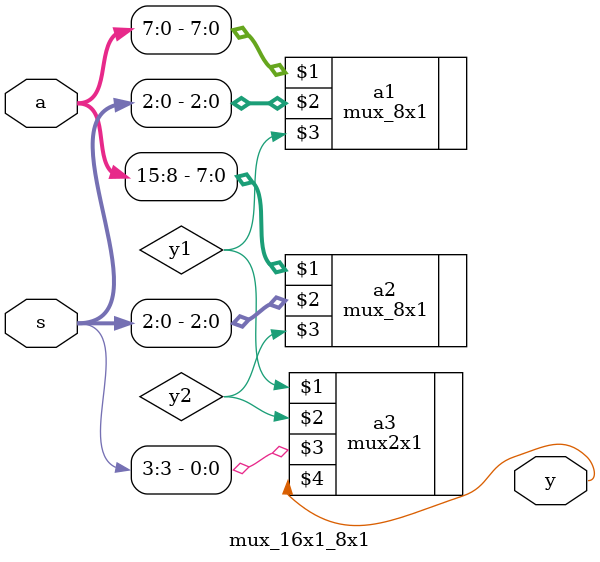
<source format=v>
`timescale 1ns / 1ps


module mux_16x1_8x1(
    input [15:0] a,
    input [3:0] s,
    output y
    );
    wire y1,y2;
    mux_8x1 a1(a[7:0],s[2:0],y1);
    mux_8x1 a2(a[15:8],s[2:0],y2);
    mux2x1 a3(y1,y2,s[3],y);
endmodule

</source>
